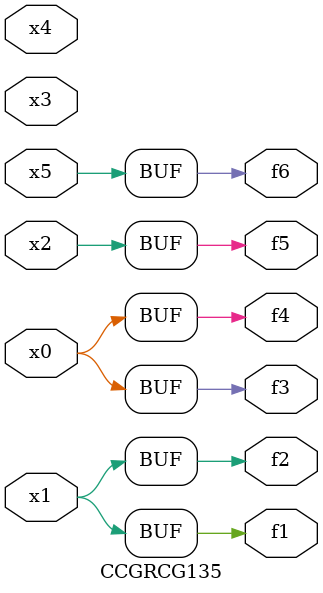
<source format=v>
module CCGRCG135(
	input x0, x1, x2, x3, x4, x5,
	output f1, f2, f3, f4, f5, f6
);
	assign f1 = x1;
	assign f2 = x1;
	assign f3 = x0;
	assign f4 = x0;
	assign f5 = x2;
	assign f6 = x5;
endmodule

</source>
